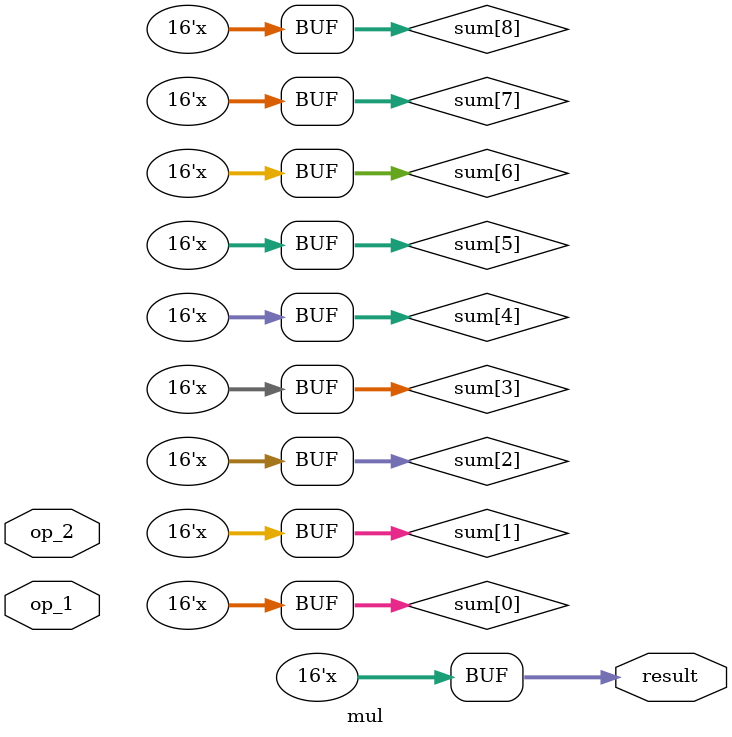
<source format=v>
module Alg_Boot #(
    parameter WIDTH = 8
)(
    input  wire [WIDTH-1 : 0] op_1,
    input  wire [WIDTH-1 : 0] op_2,
    output wire [WIDTH-1 : 0] val,
    output wire [WIDTH-1 : 0] sign
);
    wire [WIDTH : 0] op_2_add = {op_2,1'b0}; // дополненный опернад 2, с 0 после ,
    
    genvar i;

    generate
        for(i = WIDTH - 1; i>0; i = i - 1)
        begin: loop0
            assign val[i]   = op_2_add[i] ^ op_2_add[i-1]; // создаем вектор валидности, для 01 и 10 валидность 1
            assign sign[i]  = op_2_add[i]; // создаем знаковый вектор, 1 для -, 0 для +
        end

    endgenerate

endmodule

module mul #(
    parameter WIDTH = 8
)(
    input  wire [WIDTH-1:0] op_1,
    input  wire [WIDTH-1:0] op_2,
    output wire [2*WIDTH-1:0] result
);
    wire [WIDTH-1:0] val;
    wire [WIDTH-1:0] sign;

    Alg_Boot #(
        .WIDTH(WIDTH)
    ) alg_boot_inst (
        .op_1(op_1),     
        .op_2(op_2),      
        .val(val),   
        .sign(sign)    
    );

    wire [2*WIDTH-1:0] part_product [WIDTH:0];
    
    genvar i;
    generate 
        for(i=0; i<=WIDTH; i=i+1) begin: loop1
            assign part_product[i] = val[i] ? 
                                            ({2*WIDTH{sign[i]}} ^ op_1) + sign[i] << i 
                                        :    {2*WIDTH{1'b0}};
        end
    endgenerate
    
    // Суммирование всех part_product
    wire [2*WIDTH-1:0] sum [WIDTH:0];
    
    assign sum[0] = part_product[0];
    
    generate
        for(i=1; i<=WIDTH; i=i+1) begin: sum_loop
            assign sum[i] = sum[i-1] + part_product[i];
        end
    endgenerate
    
    assign result = sum[WIDTH];
endmodule


</source>
